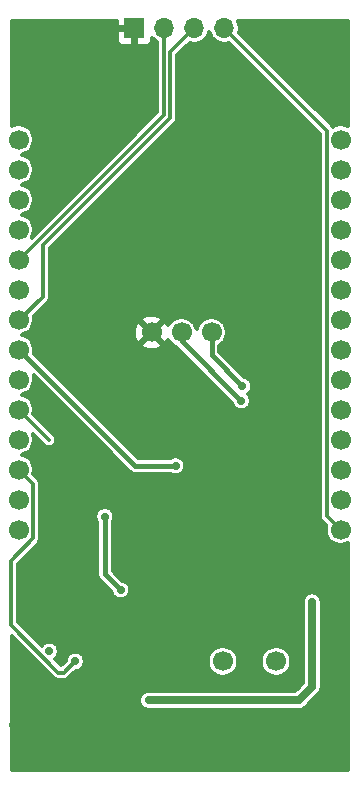
<source format=gbr>
G04 #@! TF.GenerationSoftware,KiCad,Pcbnew,(5.1.6-0-10_14)*
G04 #@! TF.CreationDate,2020-12-22T18:49:04+01:00*
G04 #@! TF.ProjectId,cdm324,63646d33-3234-42e6-9b69-6361645f7063,rev?*
G04 #@! TF.SameCoordinates,Original*
G04 #@! TF.FileFunction,Copper,L2,Bot*
G04 #@! TF.FilePolarity,Positive*
%FSLAX46Y46*%
G04 Gerber Fmt 4.6, Leading zero omitted, Abs format (unit mm)*
G04 Created by KiCad (PCBNEW (5.1.6-0-10_14)) date 2020-12-22 18:49:04*
%MOMM*%
%LPD*%
G01*
G04 APERTURE LIST*
G04 #@! TA.AperFunction,ComponentPad*
%ADD10C,1.700000*%
G04 #@! TD*
G04 #@! TA.AperFunction,ComponentPad*
%ADD11O,1.700000X1.700000*%
G04 #@! TD*
G04 #@! TA.AperFunction,ComponentPad*
%ADD12R,1.700000X1.700000*%
G04 #@! TD*
G04 #@! TA.AperFunction,ViaPad*
%ADD13C,0.700000*%
G04 #@! TD*
G04 #@! TA.AperFunction,Conductor*
%ADD14C,0.300000*%
G04 #@! TD*
G04 #@! TA.AperFunction,Conductor*
%ADD15C,0.400000*%
G04 #@! TD*
G04 #@! TA.AperFunction,Conductor*
%ADD16C,0.700000*%
G04 #@! TD*
G04 APERTURE END LIST*
D10*
X113740000Y-106620000D03*
X113740000Y-109160000D03*
X113740000Y-101540000D03*
X113740000Y-78680000D03*
X113740000Y-88840000D03*
X113740000Y-91380000D03*
X113740000Y-81220000D03*
X113740000Y-93920000D03*
X113740000Y-99000000D03*
X113740000Y-83760000D03*
X113740000Y-96460000D03*
X113740000Y-86300000D03*
X113740000Y-111700000D03*
X113740000Y-104080000D03*
X86460000Y-78680000D03*
X86460000Y-81220000D03*
X86460000Y-83760000D03*
X86460000Y-86300000D03*
X86460000Y-88840000D03*
X86460000Y-91380000D03*
X86460000Y-93920000D03*
X86460000Y-96460000D03*
X86460000Y-99000000D03*
X86460000Y-101540000D03*
X86460000Y-104080000D03*
X86460000Y-106620000D03*
X86460000Y-109160000D03*
X86460000Y-111700000D03*
X97710000Y-95000000D03*
X100250000Y-95000000D03*
X102790000Y-95000000D03*
D11*
X103870000Y-69250000D03*
X101330000Y-69250000D03*
X98790000Y-69250000D03*
D12*
X96250000Y-69250000D03*
D10*
X108250000Y-122840000D03*
X103750000Y-122840000D03*
D13*
X100550000Y-103500000D03*
X94450000Y-101800000D03*
X94950000Y-106600000D03*
X86900000Y-122100000D03*
X105200000Y-102000000D03*
X87500000Y-70000000D03*
X92500000Y-70000000D03*
X92500000Y-75000000D03*
X92500000Y-80000000D03*
X92500000Y-85000000D03*
X92500000Y-90000000D03*
X92500000Y-95000000D03*
X87500000Y-75000000D03*
X97500000Y-75000000D03*
X102500000Y-75000000D03*
X107500000Y-75000000D03*
X112500000Y-75000000D03*
X112500000Y-70000000D03*
X107500000Y-70000000D03*
X97500000Y-80000000D03*
X102500000Y-80000000D03*
X107500000Y-80000000D03*
X107500000Y-85000000D03*
X102500000Y-85000000D03*
X97500000Y-85000000D03*
X97500000Y-90000000D03*
X102500000Y-90000000D03*
X107500000Y-90000000D03*
X107500000Y-95000000D03*
X90000000Y-97500000D03*
X90000000Y-102500000D03*
X110000000Y-97500000D03*
X110000000Y-102500000D03*
X110000000Y-107500000D03*
X110000000Y-114400000D03*
X100000000Y-130000000D03*
X105000000Y-130000000D03*
X110000000Y-130000000D03*
X105000000Y-125000000D03*
X100000000Y-125000000D03*
X90000000Y-107500000D03*
X90000000Y-115000000D03*
X90000000Y-112500000D03*
X110000000Y-125000000D03*
X102500000Y-116450000D03*
X85950000Y-128250000D03*
X95550000Y-128250000D03*
X113350000Y-117600000D03*
X114000000Y-130000000D03*
X114000000Y-125000000D03*
X95100000Y-116800000D03*
X93750000Y-110600000D03*
X105400000Y-99550000D03*
X97450000Y-126150000D03*
X111300000Y-117800000D03*
X105300000Y-100800000D03*
X99750000Y-106300000D03*
X89050000Y-122000000D03*
X91250000Y-122850000D03*
D14*
X112539999Y-77919999D02*
X103870000Y-69250000D01*
X112539999Y-110499999D02*
X112539999Y-77919999D01*
X113740000Y-111700000D02*
X112539999Y-110499999D01*
D15*
X102790000Y-96940000D02*
X102790000Y-95000000D01*
X105400000Y-99550000D02*
X102790000Y-96940000D01*
X93750000Y-115450000D02*
X95100000Y-116800000D01*
X93750000Y-110600000D02*
X93750000Y-115450000D01*
D16*
X111300000Y-121862002D02*
X111300000Y-117800000D01*
X111300000Y-125032002D02*
X111300000Y-121862002D01*
X110182002Y-126150000D02*
X111300000Y-125032002D01*
X97450000Y-126150000D02*
X110182002Y-126150000D01*
D14*
X86610000Y-93870000D02*
X88500000Y-91980000D01*
X88500000Y-87607120D02*
X99290010Y-76817110D01*
X88500000Y-91980000D02*
X88500000Y-87607120D01*
X99290010Y-71289990D02*
X101330000Y-69250000D01*
X99290010Y-76817110D02*
X99290010Y-71289990D01*
X98790000Y-76610000D02*
X98790000Y-69250000D01*
X86610000Y-88790000D02*
X98790000Y-76610000D01*
D15*
X100250000Y-95750000D02*
X100250000Y-95000000D01*
X105300000Y-100800000D02*
X100250000Y-95750000D01*
X86460000Y-96460000D02*
X95800000Y-105800000D01*
X96300000Y-106300000D02*
X95800000Y-105800000D01*
X99750000Y-106300000D02*
X96300000Y-106300000D01*
D14*
X86460000Y-101540000D02*
X89050000Y-104130000D01*
X87660001Y-107820001D02*
X86460000Y-106620000D01*
X87660001Y-112439999D02*
X87660001Y-107820001D01*
X85775010Y-114324990D02*
X87660001Y-112439999D01*
X85775010Y-119761012D02*
X85775010Y-114324990D01*
X89813999Y-123800001D02*
X85775010Y-119761012D01*
X90299999Y-123800001D02*
X89813999Y-123800001D01*
X91250000Y-122850000D02*
X90299999Y-123800001D01*
G36*
X102619958Y-69629196D02*
G01*
X102717955Y-69865781D01*
X102860224Y-70078702D01*
X103041298Y-70259776D01*
X103254219Y-70402045D01*
X103490804Y-70500042D01*
X103741961Y-70550000D01*
X103998039Y-70550000D01*
X104249196Y-70500042D01*
X104264978Y-70493505D01*
X111940000Y-78168528D01*
X111939999Y-110470525D01*
X111937096Y-110499999D01*
X111939999Y-110529472D01*
X111948681Y-110617619D01*
X111982989Y-110730719D01*
X112038703Y-110834953D01*
X112113682Y-110926316D01*
X112136585Y-110945112D01*
X112496495Y-111305022D01*
X112489958Y-111320804D01*
X112440000Y-111571961D01*
X112440000Y-111828039D01*
X112489958Y-112079196D01*
X112587955Y-112315781D01*
X112730224Y-112528702D01*
X112911298Y-112709776D01*
X113124219Y-112852045D01*
X113360804Y-112950042D01*
X113611961Y-113000000D01*
X113868039Y-113000000D01*
X114119196Y-112950042D01*
X114325001Y-112864795D01*
X114325001Y-132075000D01*
X85875000Y-132075000D01*
X85875000Y-126150000D01*
X96646130Y-126150000D01*
X96650000Y-126189293D01*
X96650000Y-126228793D01*
X96657706Y-126267535D01*
X96661576Y-126306827D01*
X96673037Y-126344607D01*
X96680743Y-126383351D01*
X96695860Y-126419848D01*
X96707321Y-126457628D01*
X96725932Y-126492446D01*
X96741049Y-126528942D01*
X96762997Y-126561790D01*
X96781607Y-126596606D01*
X96806651Y-126627122D01*
X96828599Y-126659970D01*
X96856531Y-126687902D01*
X96881578Y-126718422D01*
X96912098Y-126743469D01*
X96940030Y-126771401D01*
X96972878Y-126793349D01*
X97003394Y-126818393D01*
X97038210Y-126837003D01*
X97071058Y-126858951D01*
X97107554Y-126874068D01*
X97142372Y-126892679D01*
X97180152Y-126904140D01*
X97216649Y-126919257D01*
X97255393Y-126926963D01*
X97293173Y-126938424D01*
X97332465Y-126942294D01*
X97371207Y-126950000D01*
X110142711Y-126950000D01*
X110182002Y-126953870D01*
X110221293Y-126950000D01*
X110221295Y-126950000D01*
X110338829Y-126938424D01*
X110489630Y-126892679D01*
X110628608Y-126818393D01*
X110750424Y-126718422D01*
X110775475Y-126687897D01*
X111837903Y-125625470D01*
X111868422Y-125600424D01*
X111927367Y-125528599D01*
X111968393Y-125478609D01*
X112042679Y-125339630D01*
X112042679Y-125339629D01*
X112088424Y-125188829D01*
X112100000Y-125071295D01*
X112100000Y-125071293D01*
X112103870Y-125032002D01*
X112100000Y-124992711D01*
X112100000Y-117721207D01*
X112092294Y-117682465D01*
X112088424Y-117643173D01*
X112076963Y-117605393D01*
X112069257Y-117566649D01*
X112054140Y-117530152D01*
X112042679Y-117492372D01*
X112024068Y-117457554D01*
X112008951Y-117421058D01*
X111987003Y-117388210D01*
X111968393Y-117353394D01*
X111943349Y-117322878D01*
X111921401Y-117290030D01*
X111893469Y-117262098D01*
X111868422Y-117231578D01*
X111837902Y-117206531D01*
X111809970Y-117178599D01*
X111777122Y-117156651D01*
X111746606Y-117131607D01*
X111711790Y-117112997D01*
X111678942Y-117091049D01*
X111642446Y-117075932D01*
X111607628Y-117057321D01*
X111569848Y-117045860D01*
X111533351Y-117030743D01*
X111494607Y-117023037D01*
X111456827Y-117011576D01*
X111417535Y-117007706D01*
X111378793Y-117000000D01*
X111339293Y-117000000D01*
X111300000Y-116996130D01*
X111260707Y-117000000D01*
X111221207Y-117000000D01*
X111182465Y-117007706D01*
X111143174Y-117011576D01*
X111105396Y-117023036D01*
X111066649Y-117030743D01*
X111030150Y-117045862D01*
X110992373Y-117057321D01*
X110957558Y-117075930D01*
X110921058Y-117091049D01*
X110888206Y-117113000D01*
X110853395Y-117131607D01*
X110822883Y-117156647D01*
X110790030Y-117178599D01*
X110762093Y-117206536D01*
X110731579Y-117231578D01*
X110706537Y-117262092D01*
X110678599Y-117290030D01*
X110656647Y-117322884D01*
X110631608Y-117353394D01*
X110613002Y-117388203D01*
X110591049Y-117421058D01*
X110575928Y-117457562D01*
X110557322Y-117492372D01*
X110545864Y-117530143D01*
X110530743Y-117566649D01*
X110523035Y-117605402D01*
X110511577Y-117643173D01*
X110507708Y-117682455D01*
X110500000Y-117721207D01*
X110500000Y-117878793D01*
X110500001Y-117878798D01*
X110500000Y-121901294D01*
X110500001Y-121901304D01*
X110500000Y-124700631D01*
X109850632Y-125350000D01*
X97371207Y-125350000D01*
X97332465Y-125357706D01*
X97293173Y-125361576D01*
X97255393Y-125373037D01*
X97216649Y-125380743D01*
X97180152Y-125395860D01*
X97142372Y-125407321D01*
X97107554Y-125425932D01*
X97071058Y-125441049D01*
X97038210Y-125462997D01*
X97003394Y-125481607D01*
X96972878Y-125506651D01*
X96940030Y-125528599D01*
X96912098Y-125556531D01*
X96881578Y-125581578D01*
X96856531Y-125612098D01*
X96828599Y-125640030D01*
X96806651Y-125672878D01*
X96781607Y-125703394D01*
X96762997Y-125738210D01*
X96741049Y-125771058D01*
X96725932Y-125807554D01*
X96707321Y-125842372D01*
X96695860Y-125880152D01*
X96680743Y-125916649D01*
X96673037Y-125955393D01*
X96661576Y-125993173D01*
X96657706Y-126032465D01*
X96650000Y-126071207D01*
X96650000Y-126110707D01*
X96646130Y-126150000D01*
X85875000Y-126150000D01*
X85875000Y-120709529D01*
X89368890Y-124203420D01*
X89387682Y-124226318D01*
X89479044Y-124301297D01*
X89583278Y-124357011D01*
X89696378Y-124391319D01*
X89813998Y-124402904D01*
X89843472Y-124400001D01*
X90270525Y-124400001D01*
X90299999Y-124402904D01*
X90329473Y-124400001D01*
X90417620Y-124391319D01*
X90530720Y-124357011D01*
X90634954Y-124301297D01*
X90726316Y-124226318D01*
X90745112Y-124203415D01*
X91298528Y-123650000D01*
X91328793Y-123650000D01*
X91483351Y-123619257D01*
X91628942Y-123558951D01*
X91759970Y-123471401D01*
X91871401Y-123359970D01*
X91958951Y-123228942D01*
X92019257Y-123083351D01*
X92050000Y-122928793D01*
X92050000Y-122771207D01*
X92038216Y-122711961D01*
X102450000Y-122711961D01*
X102450000Y-122968039D01*
X102499958Y-123219196D01*
X102597955Y-123455781D01*
X102740224Y-123668702D01*
X102921298Y-123849776D01*
X103134219Y-123992045D01*
X103370804Y-124090042D01*
X103621961Y-124140000D01*
X103878039Y-124140000D01*
X104129196Y-124090042D01*
X104365781Y-123992045D01*
X104578702Y-123849776D01*
X104759776Y-123668702D01*
X104902045Y-123455781D01*
X105000042Y-123219196D01*
X105050000Y-122968039D01*
X105050000Y-122711961D01*
X106950000Y-122711961D01*
X106950000Y-122968039D01*
X106999958Y-123219196D01*
X107097955Y-123455781D01*
X107240224Y-123668702D01*
X107421298Y-123849776D01*
X107634219Y-123992045D01*
X107870804Y-124090042D01*
X108121961Y-124140000D01*
X108378039Y-124140000D01*
X108629196Y-124090042D01*
X108865781Y-123992045D01*
X109078702Y-123849776D01*
X109259776Y-123668702D01*
X109402045Y-123455781D01*
X109500042Y-123219196D01*
X109550000Y-122968039D01*
X109550000Y-122711961D01*
X109500042Y-122460804D01*
X109402045Y-122224219D01*
X109259776Y-122011298D01*
X109078702Y-121830224D01*
X108865781Y-121687955D01*
X108629196Y-121589958D01*
X108378039Y-121540000D01*
X108121961Y-121540000D01*
X107870804Y-121589958D01*
X107634219Y-121687955D01*
X107421298Y-121830224D01*
X107240224Y-122011298D01*
X107097955Y-122224219D01*
X106999958Y-122460804D01*
X106950000Y-122711961D01*
X105050000Y-122711961D01*
X105000042Y-122460804D01*
X104902045Y-122224219D01*
X104759776Y-122011298D01*
X104578702Y-121830224D01*
X104365781Y-121687955D01*
X104129196Y-121589958D01*
X103878039Y-121540000D01*
X103621961Y-121540000D01*
X103370804Y-121589958D01*
X103134219Y-121687955D01*
X102921298Y-121830224D01*
X102740224Y-122011298D01*
X102597955Y-122224219D01*
X102499958Y-122460804D01*
X102450000Y-122711961D01*
X92038216Y-122711961D01*
X92019257Y-122616649D01*
X91958951Y-122471058D01*
X91871401Y-122340030D01*
X91759970Y-122228599D01*
X91628942Y-122141049D01*
X91483351Y-122080743D01*
X91328793Y-122050000D01*
X91171207Y-122050000D01*
X91016649Y-122080743D01*
X90871058Y-122141049D01*
X90740030Y-122228599D01*
X90628599Y-122340030D01*
X90541049Y-122471058D01*
X90480743Y-122616649D01*
X90450000Y-122771207D01*
X90450000Y-122801472D01*
X90056999Y-123194473D01*
X89514385Y-122651860D01*
X89559970Y-122621401D01*
X89671401Y-122509970D01*
X89758951Y-122378942D01*
X89819257Y-122233351D01*
X89850000Y-122078793D01*
X89850000Y-121921207D01*
X89819257Y-121766649D01*
X89758951Y-121621058D01*
X89671401Y-121490030D01*
X89559970Y-121378599D01*
X89428942Y-121291049D01*
X89283351Y-121230743D01*
X89128793Y-121200000D01*
X88971207Y-121200000D01*
X88816649Y-121230743D01*
X88671058Y-121291049D01*
X88540030Y-121378599D01*
X88428599Y-121490030D01*
X88398140Y-121535615D01*
X86375010Y-119512485D01*
X86375010Y-114573517D01*
X88063421Y-112885107D01*
X88086318Y-112866316D01*
X88161297Y-112774954D01*
X88197604Y-112707028D01*
X88217011Y-112670721D01*
X88251319Y-112557620D01*
X88262904Y-112439999D01*
X88260001Y-112410525D01*
X88260001Y-110521207D01*
X92950000Y-110521207D01*
X92950000Y-110678793D01*
X92980743Y-110833351D01*
X93041049Y-110978942D01*
X93100000Y-111067169D01*
X93100001Y-115418068D01*
X93096856Y-115450000D01*
X93109406Y-115577422D01*
X93146573Y-115699947D01*
X93206930Y-115812868D01*
X93267802Y-115887040D01*
X93267805Y-115887043D01*
X93288158Y-115911843D01*
X93312957Y-115932195D01*
X94310043Y-116929281D01*
X94330743Y-117033351D01*
X94391049Y-117178942D01*
X94478599Y-117309970D01*
X94590030Y-117421401D01*
X94721058Y-117508951D01*
X94866649Y-117569257D01*
X95021207Y-117600000D01*
X95178793Y-117600000D01*
X95333351Y-117569257D01*
X95478942Y-117508951D01*
X95609970Y-117421401D01*
X95721401Y-117309970D01*
X95808951Y-117178942D01*
X95869257Y-117033351D01*
X95900000Y-116878793D01*
X95900000Y-116721207D01*
X95869257Y-116566649D01*
X95808951Y-116421058D01*
X95721401Y-116290030D01*
X95609970Y-116178599D01*
X95478942Y-116091049D01*
X95333351Y-116030743D01*
X95229281Y-116010043D01*
X94400000Y-115180762D01*
X94400000Y-111067169D01*
X94458951Y-110978942D01*
X94519257Y-110833351D01*
X94550000Y-110678793D01*
X94550000Y-110521207D01*
X94519257Y-110366649D01*
X94458951Y-110221058D01*
X94371401Y-110090030D01*
X94259970Y-109978599D01*
X94128942Y-109891049D01*
X93983351Y-109830743D01*
X93828793Y-109800000D01*
X93671207Y-109800000D01*
X93516649Y-109830743D01*
X93371058Y-109891049D01*
X93240030Y-109978599D01*
X93128599Y-110090030D01*
X93041049Y-110221058D01*
X92980743Y-110366649D01*
X92950000Y-110521207D01*
X88260001Y-110521207D01*
X88260001Y-107849475D01*
X88262904Y-107820001D01*
X88251319Y-107702380D01*
X88217011Y-107589280D01*
X88161297Y-107485046D01*
X88086318Y-107393684D01*
X88063420Y-107374892D01*
X87703505Y-107014977D01*
X87710042Y-106999196D01*
X87760000Y-106748039D01*
X87760000Y-106491961D01*
X87710042Y-106240804D01*
X87612045Y-106004219D01*
X87469776Y-105791298D01*
X87288702Y-105610224D01*
X87075781Y-105467955D01*
X86839196Y-105369958D01*
X86738860Y-105350000D01*
X86839196Y-105330042D01*
X87075781Y-105232045D01*
X87288702Y-105089776D01*
X87469776Y-104908702D01*
X87612045Y-104695781D01*
X87710042Y-104459196D01*
X87760000Y-104208039D01*
X87760000Y-103951961D01*
X87710042Y-103700804D01*
X87666035Y-103594563D01*
X88646577Y-104575105D01*
X88715045Y-104631295D01*
X88819278Y-104687009D01*
X88932379Y-104721318D01*
X89049999Y-104732903D01*
X89167620Y-104721318D01*
X89280721Y-104687009D01*
X89384954Y-104631295D01*
X89476316Y-104556316D01*
X89551295Y-104464954D01*
X89607009Y-104360721D01*
X89641318Y-104247620D01*
X89652903Y-104129999D01*
X89641318Y-104012379D01*
X89607009Y-103899278D01*
X89551295Y-103795045D01*
X89495105Y-103726577D01*
X87703505Y-101934978D01*
X87710042Y-101919196D01*
X87760000Y-101668039D01*
X87760000Y-101411961D01*
X87710042Y-101160804D01*
X87612045Y-100924219D01*
X87469776Y-100711298D01*
X87288702Y-100530224D01*
X87075781Y-100387955D01*
X86839196Y-100289958D01*
X86738860Y-100270000D01*
X86839196Y-100250042D01*
X87075781Y-100152045D01*
X87288702Y-100009776D01*
X87469776Y-99828702D01*
X87612045Y-99615781D01*
X87710042Y-99379196D01*
X87760000Y-99128039D01*
X87760000Y-98871961D01*
X87712147Y-98631385D01*
X95817800Y-106737038D01*
X95838157Y-106761843D01*
X95937132Y-106843070D01*
X96050052Y-106903427D01*
X96172578Y-106940595D01*
X96268068Y-106950000D01*
X96268076Y-106950000D01*
X96300000Y-106953144D01*
X96331924Y-106950000D01*
X99282831Y-106950000D01*
X99371058Y-107008951D01*
X99516649Y-107069257D01*
X99671207Y-107100000D01*
X99828793Y-107100000D01*
X99983351Y-107069257D01*
X100128942Y-107008951D01*
X100259970Y-106921401D01*
X100371401Y-106809970D01*
X100458951Y-106678942D01*
X100519257Y-106533351D01*
X100550000Y-106378793D01*
X100550000Y-106221207D01*
X100519257Y-106066649D01*
X100458951Y-105921058D01*
X100371401Y-105790030D01*
X100259970Y-105678599D01*
X100128942Y-105591049D01*
X99983351Y-105530743D01*
X99828793Y-105500000D01*
X99671207Y-105500000D01*
X99516649Y-105530743D01*
X99371058Y-105591049D01*
X99282831Y-105650000D01*
X96569238Y-105650000D01*
X87718071Y-96798833D01*
X87760000Y-96588039D01*
X87760000Y-96331961D01*
X87710042Y-96080804D01*
X87687284Y-96025861D01*
X96831217Y-96025861D01*
X96905568Y-96284140D01*
X97171549Y-96416402D01*
X97458221Y-96494233D01*
X97754570Y-96514642D01*
X98049205Y-96476843D01*
X98330805Y-96382291D01*
X98514432Y-96284140D01*
X98588783Y-96025861D01*
X97710000Y-95147078D01*
X96831217Y-96025861D01*
X87687284Y-96025861D01*
X87612045Y-95844219D01*
X87469776Y-95631298D01*
X87288702Y-95450224D01*
X87075781Y-95307955D01*
X86839196Y-95209958D01*
X86738860Y-95190000D01*
X86839196Y-95170042D01*
X87075781Y-95072045D01*
X87116900Y-95044570D01*
X96195358Y-95044570D01*
X96233157Y-95339205D01*
X96327709Y-95620805D01*
X96425860Y-95804432D01*
X96684139Y-95878783D01*
X97562922Y-95000000D01*
X97857078Y-95000000D01*
X98735861Y-95878783D01*
X98994140Y-95804432D01*
X99093408Y-95604803D01*
X99097955Y-95615781D01*
X99240224Y-95828702D01*
X99421298Y-96009776D01*
X99634219Y-96152045D01*
X99797913Y-96219849D01*
X99812962Y-96232200D01*
X104510043Y-100929282D01*
X104530743Y-101033351D01*
X104591049Y-101178942D01*
X104678599Y-101309970D01*
X104790030Y-101421401D01*
X104921058Y-101508951D01*
X105066649Y-101569257D01*
X105221207Y-101600000D01*
X105378793Y-101600000D01*
X105533351Y-101569257D01*
X105678942Y-101508951D01*
X105809970Y-101421401D01*
X105921401Y-101309970D01*
X106008951Y-101178942D01*
X106069257Y-101033351D01*
X106100000Y-100878793D01*
X106100000Y-100721207D01*
X106069257Y-100566649D01*
X106008951Y-100421058D01*
X105921401Y-100290030D01*
X105845709Y-100214338D01*
X105909970Y-100171401D01*
X106021401Y-100059970D01*
X106108951Y-99928942D01*
X106169257Y-99783351D01*
X106200000Y-99628793D01*
X106200000Y-99471207D01*
X106169257Y-99316649D01*
X106108951Y-99171058D01*
X106021401Y-99040030D01*
X105909970Y-98928599D01*
X105778942Y-98841049D01*
X105633351Y-98780743D01*
X105529281Y-98760043D01*
X103440000Y-96670762D01*
X103440000Y-96129181D01*
X103618702Y-96009776D01*
X103799776Y-95828702D01*
X103942045Y-95615781D01*
X104040042Y-95379196D01*
X104090000Y-95128039D01*
X104090000Y-94871961D01*
X104040042Y-94620804D01*
X103942045Y-94384219D01*
X103799776Y-94171298D01*
X103618702Y-93990224D01*
X103405781Y-93847955D01*
X103169196Y-93749958D01*
X102918039Y-93700000D01*
X102661961Y-93700000D01*
X102410804Y-93749958D01*
X102174219Y-93847955D01*
X101961298Y-93990224D01*
X101780224Y-94171298D01*
X101637955Y-94384219D01*
X101539958Y-94620804D01*
X101520000Y-94721140D01*
X101500042Y-94620804D01*
X101402045Y-94384219D01*
X101259776Y-94171298D01*
X101078702Y-93990224D01*
X100865781Y-93847955D01*
X100629196Y-93749958D01*
X100378039Y-93700000D01*
X100121961Y-93700000D01*
X99870804Y-93749958D01*
X99634219Y-93847955D01*
X99421298Y-93990224D01*
X99240224Y-94171298D01*
X99097955Y-94384219D01*
X99095758Y-94389522D01*
X99092291Y-94379195D01*
X98994140Y-94195568D01*
X98735861Y-94121217D01*
X97857078Y-95000000D01*
X97562922Y-95000000D01*
X96684139Y-94121217D01*
X96425860Y-94195568D01*
X96293598Y-94461549D01*
X96215767Y-94748221D01*
X96195358Y-95044570D01*
X87116900Y-95044570D01*
X87288702Y-94929776D01*
X87469776Y-94748702D01*
X87612045Y-94535781D01*
X87710042Y-94299196D01*
X87760000Y-94048039D01*
X87760000Y-93974139D01*
X96831217Y-93974139D01*
X97710000Y-94852922D01*
X98588783Y-93974139D01*
X98514432Y-93715860D01*
X98248451Y-93583598D01*
X97961779Y-93505767D01*
X97665430Y-93485358D01*
X97370795Y-93523157D01*
X97089195Y-93617709D01*
X96905568Y-93715860D01*
X96831217Y-93974139D01*
X87760000Y-93974139D01*
X87760000Y-93791961D01*
X87722930Y-93605597D01*
X88903420Y-92425108D01*
X88926317Y-92406317D01*
X89001296Y-92314955D01*
X89057010Y-92210721D01*
X89057622Y-92208702D01*
X89091319Y-92097621D01*
X89102903Y-91980000D01*
X89100000Y-91950524D01*
X89100000Y-87855647D01*
X99693430Y-77262218D01*
X99716327Y-77243427D01*
X99791306Y-77152065D01*
X99847020Y-77047831D01*
X99881328Y-76934731D01*
X99890010Y-76846584D01*
X99890010Y-76846577D01*
X99892912Y-76817111D01*
X99890010Y-76787645D01*
X99890010Y-71538517D01*
X100935023Y-70493505D01*
X100950804Y-70500042D01*
X101201961Y-70550000D01*
X101458039Y-70550000D01*
X101709196Y-70500042D01*
X101945781Y-70402045D01*
X102158702Y-70259776D01*
X102339776Y-70078702D01*
X102482045Y-69865781D01*
X102580042Y-69629196D01*
X102600000Y-69528860D01*
X102619958Y-69629196D01*
G37*
X102619958Y-69629196D02*
X102717955Y-69865781D01*
X102860224Y-70078702D01*
X103041298Y-70259776D01*
X103254219Y-70402045D01*
X103490804Y-70500042D01*
X103741961Y-70550000D01*
X103998039Y-70550000D01*
X104249196Y-70500042D01*
X104264978Y-70493505D01*
X111940000Y-78168528D01*
X111939999Y-110470525D01*
X111937096Y-110499999D01*
X111939999Y-110529472D01*
X111948681Y-110617619D01*
X111982989Y-110730719D01*
X112038703Y-110834953D01*
X112113682Y-110926316D01*
X112136585Y-110945112D01*
X112496495Y-111305022D01*
X112489958Y-111320804D01*
X112440000Y-111571961D01*
X112440000Y-111828039D01*
X112489958Y-112079196D01*
X112587955Y-112315781D01*
X112730224Y-112528702D01*
X112911298Y-112709776D01*
X113124219Y-112852045D01*
X113360804Y-112950042D01*
X113611961Y-113000000D01*
X113868039Y-113000000D01*
X114119196Y-112950042D01*
X114325001Y-112864795D01*
X114325001Y-132075000D01*
X85875000Y-132075000D01*
X85875000Y-126150000D01*
X96646130Y-126150000D01*
X96650000Y-126189293D01*
X96650000Y-126228793D01*
X96657706Y-126267535D01*
X96661576Y-126306827D01*
X96673037Y-126344607D01*
X96680743Y-126383351D01*
X96695860Y-126419848D01*
X96707321Y-126457628D01*
X96725932Y-126492446D01*
X96741049Y-126528942D01*
X96762997Y-126561790D01*
X96781607Y-126596606D01*
X96806651Y-126627122D01*
X96828599Y-126659970D01*
X96856531Y-126687902D01*
X96881578Y-126718422D01*
X96912098Y-126743469D01*
X96940030Y-126771401D01*
X96972878Y-126793349D01*
X97003394Y-126818393D01*
X97038210Y-126837003D01*
X97071058Y-126858951D01*
X97107554Y-126874068D01*
X97142372Y-126892679D01*
X97180152Y-126904140D01*
X97216649Y-126919257D01*
X97255393Y-126926963D01*
X97293173Y-126938424D01*
X97332465Y-126942294D01*
X97371207Y-126950000D01*
X110142711Y-126950000D01*
X110182002Y-126953870D01*
X110221293Y-126950000D01*
X110221295Y-126950000D01*
X110338829Y-126938424D01*
X110489630Y-126892679D01*
X110628608Y-126818393D01*
X110750424Y-126718422D01*
X110775475Y-126687897D01*
X111837903Y-125625470D01*
X111868422Y-125600424D01*
X111927367Y-125528599D01*
X111968393Y-125478609D01*
X112042679Y-125339630D01*
X112042679Y-125339629D01*
X112088424Y-125188829D01*
X112100000Y-125071295D01*
X112100000Y-125071293D01*
X112103870Y-125032002D01*
X112100000Y-124992711D01*
X112100000Y-117721207D01*
X112092294Y-117682465D01*
X112088424Y-117643173D01*
X112076963Y-117605393D01*
X112069257Y-117566649D01*
X112054140Y-117530152D01*
X112042679Y-117492372D01*
X112024068Y-117457554D01*
X112008951Y-117421058D01*
X111987003Y-117388210D01*
X111968393Y-117353394D01*
X111943349Y-117322878D01*
X111921401Y-117290030D01*
X111893469Y-117262098D01*
X111868422Y-117231578D01*
X111837902Y-117206531D01*
X111809970Y-117178599D01*
X111777122Y-117156651D01*
X111746606Y-117131607D01*
X111711790Y-117112997D01*
X111678942Y-117091049D01*
X111642446Y-117075932D01*
X111607628Y-117057321D01*
X111569848Y-117045860D01*
X111533351Y-117030743D01*
X111494607Y-117023037D01*
X111456827Y-117011576D01*
X111417535Y-117007706D01*
X111378793Y-117000000D01*
X111339293Y-117000000D01*
X111300000Y-116996130D01*
X111260707Y-117000000D01*
X111221207Y-117000000D01*
X111182465Y-117007706D01*
X111143174Y-117011576D01*
X111105396Y-117023036D01*
X111066649Y-117030743D01*
X111030150Y-117045862D01*
X110992373Y-117057321D01*
X110957558Y-117075930D01*
X110921058Y-117091049D01*
X110888206Y-117113000D01*
X110853395Y-117131607D01*
X110822883Y-117156647D01*
X110790030Y-117178599D01*
X110762093Y-117206536D01*
X110731579Y-117231578D01*
X110706537Y-117262092D01*
X110678599Y-117290030D01*
X110656647Y-117322884D01*
X110631608Y-117353394D01*
X110613002Y-117388203D01*
X110591049Y-117421058D01*
X110575928Y-117457562D01*
X110557322Y-117492372D01*
X110545864Y-117530143D01*
X110530743Y-117566649D01*
X110523035Y-117605402D01*
X110511577Y-117643173D01*
X110507708Y-117682455D01*
X110500000Y-117721207D01*
X110500000Y-117878793D01*
X110500001Y-117878798D01*
X110500000Y-121901294D01*
X110500001Y-121901304D01*
X110500000Y-124700631D01*
X109850632Y-125350000D01*
X97371207Y-125350000D01*
X97332465Y-125357706D01*
X97293173Y-125361576D01*
X97255393Y-125373037D01*
X97216649Y-125380743D01*
X97180152Y-125395860D01*
X97142372Y-125407321D01*
X97107554Y-125425932D01*
X97071058Y-125441049D01*
X97038210Y-125462997D01*
X97003394Y-125481607D01*
X96972878Y-125506651D01*
X96940030Y-125528599D01*
X96912098Y-125556531D01*
X96881578Y-125581578D01*
X96856531Y-125612098D01*
X96828599Y-125640030D01*
X96806651Y-125672878D01*
X96781607Y-125703394D01*
X96762997Y-125738210D01*
X96741049Y-125771058D01*
X96725932Y-125807554D01*
X96707321Y-125842372D01*
X96695860Y-125880152D01*
X96680743Y-125916649D01*
X96673037Y-125955393D01*
X96661576Y-125993173D01*
X96657706Y-126032465D01*
X96650000Y-126071207D01*
X96650000Y-126110707D01*
X96646130Y-126150000D01*
X85875000Y-126150000D01*
X85875000Y-120709529D01*
X89368890Y-124203420D01*
X89387682Y-124226318D01*
X89479044Y-124301297D01*
X89583278Y-124357011D01*
X89696378Y-124391319D01*
X89813998Y-124402904D01*
X89843472Y-124400001D01*
X90270525Y-124400001D01*
X90299999Y-124402904D01*
X90329473Y-124400001D01*
X90417620Y-124391319D01*
X90530720Y-124357011D01*
X90634954Y-124301297D01*
X90726316Y-124226318D01*
X90745112Y-124203415D01*
X91298528Y-123650000D01*
X91328793Y-123650000D01*
X91483351Y-123619257D01*
X91628942Y-123558951D01*
X91759970Y-123471401D01*
X91871401Y-123359970D01*
X91958951Y-123228942D01*
X92019257Y-123083351D01*
X92050000Y-122928793D01*
X92050000Y-122771207D01*
X92038216Y-122711961D01*
X102450000Y-122711961D01*
X102450000Y-122968039D01*
X102499958Y-123219196D01*
X102597955Y-123455781D01*
X102740224Y-123668702D01*
X102921298Y-123849776D01*
X103134219Y-123992045D01*
X103370804Y-124090042D01*
X103621961Y-124140000D01*
X103878039Y-124140000D01*
X104129196Y-124090042D01*
X104365781Y-123992045D01*
X104578702Y-123849776D01*
X104759776Y-123668702D01*
X104902045Y-123455781D01*
X105000042Y-123219196D01*
X105050000Y-122968039D01*
X105050000Y-122711961D01*
X106950000Y-122711961D01*
X106950000Y-122968039D01*
X106999958Y-123219196D01*
X107097955Y-123455781D01*
X107240224Y-123668702D01*
X107421298Y-123849776D01*
X107634219Y-123992045D01*
X107870804Y-124090042D01*
X108121961Y-124140000D01*
X108378039Y-124140000D01*
X108629196Y-124090042D01*
X108865781Y-123992045D01*
X109078702Y-123849776D01*
X109259776Y-123668702D01*
X109402045Y-123455781D01*
X109500042Y-123219196D01*
X109550000Y-122968039D01*
X109550000Y-122711961D01*
X109500042Y-122460804D01*
X109402045Y-122224219D01*
X109259776Y-122011298D01*
X109078702Y-121830224D01*
X108865781Y-121687955D01*
X108629196Y-121589958D01*
X108378039Y-121540000D01*
X108121961Y-121540000D01*
X107870804Y-121589958D01*
X107634219Y-121687955D01*
X107421298Y-121830224D01*
X107240224Y-122011298D01*
X107097955Y-122224219D01*
X106999958Y-122460804D01*
X106950000Y-122711961D01*
X105050000Y-122711961D01*
X105000042Y-122460804D01*
X104902045Y-122224219D01*
X104759776Y-122011298D01*
X104578702Y-121830224D01*
X104365781Y-121687955D01*
X104129196Y-121589958D01*
X103878039Y-121540000D01*
X103621961Y-121540000D01*
X103370804Y-121589958D01*
X103134219Y-121687955D01*
X102921298Y-121830224D01*
X102740224Y-122011298D01*
X102597955Y-122224219D01*
X102499958Y-122460804D01*
X102450000Y-122711961D01*
X92038216Y-122711961D01*
X92019257Y-122616649D01*
X91958951Y-122471058D01*
X91871401Y-122340030D01*
X91759970Y-122228599D01*
X91628942Y-122141049D01*
X91483351Y-122080743D01*
X91328793Y-122050000D01*
X91171207Y-122050000D01*
X91016649Y-122080743D01*
X90871058Y-122141049D01*
X90740030Y-122228599D01*
X90628599Y-122340030D01*
X90541049Y-122471058D01*
X90480743Y-122616649D01*
X90450000Y-122771207D01*
X90450000Y-122801472D01*
X90056999Y-123194473D01*
X89514385Y-122651860D01*
X89559970Y-122621401D01*
X89671401Y-122509970D01*
X89758951Y-122378942D01*
X89819257Y-122233351D01*
X89850000Y-122078793D01*
X89850000Y-121921207D01*
X89819257Y-121766649D01*
X89758951Y-121621058D01*
X89671401Y-121490030D01*
X89559970Y-121378599D01*
X89428942Y-121291049D01*
X89283351Y-121230743D01*
X89128793Y-121200000D01*
X88971207Y-121200000D01*
X88816649Y-121230743D01*
X88671058Y-121291049D01*
X88540030Y-121378599D01*
X88428599Y-121490030D01*
X88398140Y-121535615D01*
X86375010Y-119512485D01*
X86375010Y-114573517D01*
X88063421Y-112885107D01*
X88086318Y-112866316D01*
X88161297Y-112774954D01*
X88197604Y-112707028D01*
X88217011Y-112670721D01*
X88251319Y-112557620D01*
X88262904Y-112439999D01*
X88260001Y-112410525D01*
X88260001Y-110521207D01*
X92950000Y-110521207D01*
X92950000Y-110678793D01*
X92980743Y-110833351D01*
X93041049Y-110978942D01*
X93100000Y-111067169D01*
X93100001Y-115418068D01*
X93096856Y-115450000D01*
X93109406Y-115577422D01*
X93146573Y-115699947D01*
X93206930Y-115812868D01*
X93267802Y-115887040D01*
X93267805Y-115887043D01*
X93288158Y-115911843D01*
X93312957Y-115932195D01*
X94310043Y-116929281D01*
X94330743Y-117033351D01*
X94391049Y-117178942D01*
X94478599Y-117309970D01*
X94590030Y-117421401D01*
X94721058Y-117508951D01*
X94866649Y-117569257D01*
X95021207Y-117600000D01*
X95178793Y-117600000D01*
X95333351Y-117569257D01*
X95478942Y-117508951D01*
X95609970Y-117421401D01*
X95721401Y-117309970D01*
X95808951Y-117178942D01*
X95869257Y-117033351D01*
X95900000Y-116878793D01*
X95900000Y-116721207D01*
X95869257Y-116566649D01*
X95808951Y-116421058D01*
X95721401Y-116290030D01*
X95609970Y-116178599D01*
X95478942Y-116091049D01*
X95333351Y-116030743D01*
X95229281Y-116010043D01*
X94400000Y-115180762D01*
X94400000Y-111067169D01*
X94458951Y-110978942D01*
X94519257Y-110833351D01*
X94550000Y-110678793D01*
X94550000Y-110521207D01*
X94519257Y-110366649D01*
X94458951Y-110221058D01*
X94371401Y-110090030D01*
X94259970Y-109978599D01*
X94128942Y-109891049D01*
X93983351Y-109830743D01*
X93828793Y-109800000D01*
X93671207Y-109800000D01*
X93516649Y-109830743D01*
X93371058Y-109891049D01*
X93240030Y-109978599D01*
X93128599Y-110090030D01*
X93041049Y-110221058D01*
X92980743Y-110366649D01*
X92950000Y-110521207D01*
X88260001Y-110521207D01*
X88260001Y-107849475D01*
X88262904Y-107820001D01*
X88251319Y-107702380D01*
X88217011Y-107589280D01*
X88161297Y-107485046D01*
X88086318Y-107393684D01*
X88063420Y-107374892D01*
X87703505Y-107014977D01*
X87710042Y-106999196D01*
X87760000Y-106748039D01*
X87760000Y-106491961D01*
X87710042Y-106240804D01*
X87612045Y-106004219D01*
X87469776Y-105791298D01*
X87288702Y-105610224D01*
X87075781Y-105467955D01*
X86839196Y-105369958D01*
X86738860Y-105350000D01*
X86839196Y-105330042D01*
X87075781Y-105232045D01*
X87288702Y-105089776D01*
X87469776Y-104908702D01*
X87612045Y-104695781D01*
X87710042Y-104459196D01*
X87760000Y-104208039D01*
X87760000Y-103951961D01*
X87710042Y-103700804D01*
X87666035Y-103594563D01*
X88646577Y-104575105D01*
X88715045Y-104631295D01*
X88819278Y-104687009D01*
X88932379Y-104721318D01*
X89049999Y-104732903D01*
X89167620Y-104721318D01*
X89280721Y-104687009D01*
X89384954Y-104631295D01*
X89476316Y-104556316D01*
X89551295Y-104464954D01*
X89607009Y-104360721D01*
X89641318Y-104247620D01*
X89652903Y-104129999D01*
X89641318Y-104012379D01*
X89607009Y-103899278D01*
X89551295Y-103795045D01*
X89495105Y-103726577D01*
X87703505Y-101934978D01*
X87710042Y-101919196D01*
X87760000Y-101668039D01*
X87760000Y-101411961D01*
X87710042Y-101160804D01*
X87612045Y-100924219D01*
X87469776Y-100711298D01*
X87288702Y-100530224D01*
X87075781Y-100387955D01*
X86839196Y-100289958D01*
X86738860Y-100270000D01*
X86839196Y-100250042D01*
X87075781Y-100152045D01*
X87288702Y-100009776D01*
X87469776Y-99828702D01*
X87612045Y-99615781D01*
X87710042Y-99379196D01*
X87760000Y-99128039D01*
X87760000Y-98871961D01*
X87712147Y-98631385D01*
X95817800Y-106737038D01*
X95838157Y-106761843D01*
X95937132Y-106843070D01*
X96050052Y-106903427D01*
X96172578Y-106940595D01*
X96268068Y-106950000D01*
X96268076Y-106950000D01*
X96300000Y-106953144D01*
X96331924Y-106950000D01*
X99282831Y-106950000D01*
X99371058Y-107008951D01*
X99516649Y-107069257D01*
X99671207Y-107100000D01*
X99828793Y-107100000D01*
X99983351Y-107069257D01*
X100128942Y-107008951D01*
X100259970Y-106921401D01*
X100371401Y-106809970D01*
X100458951Y-106678942D01*
X100519257Y-106533351D01*
X100550000Y-106378793D01*
X100550000Y-106221207D01*
X100519257Y-106066649D01*
X100458951Y-105921058D01*
X100371401Y-105790030D01*
X100259970Y-105678599D01*
X100128942Y-105591049D01*
X99983351Y-105530743D01*
X99828793Y-105500000D01*
X99671207Y-105500000D01*
X99516649Y-105530743D01*
X99371058Y-105591049D01*
X99282831Y-105650000D01*
X96569238Y-105650000D01*
X87718071Y-96798833D01*
X87760000Y-96588039D01*
X87760000Y-96331961D01*
X87710042Y-96080804D01*
X87687284Y-96025861D01*
X96831217Y-96025861D01*
X96905568Y-96284140D01*
X97171549Y-96416402D01*
X97458221Y-96494233D01*
X97754570Y-96514642D01*
X98049205Y-96476843D01*
X98330805Y-96382291D01*
X98514432Y-96284140D01*
X98588783Y-96025861D01*
X97710000Y-95147078D01*
X96831217Y-96025861D01*
X87687284Y-96025861D01*
X87612045Y-95844219D01*
X87469776Y-95631298D01*
X87288702Y-95450224D01*
X87075781Y-95307955D01*
X86839196Y-95209958D01*
X86738860Y-95190000D01*
X86839196Y-95170042D01*
X87075781Y-95072045D01*
X87116900Y-95044570D01*
X96195358Y-95044570D01*
X96233157Y-95339205D01*
X96327709Y-95620805D01*
X96425860Y-95804432D01*
X96684139Y-95878783D01*
X97562922Y-95000000D01*
X97857078Y-95000000D01*
X98735861Y-95878783D01*
X98994140Y-95804432D01*
X99093408Y-95604803D01*
X99097955Y-95615781D01*
X99240224Y-95828702D01*
X99421298Y-96009776D01*
X99634219Y-96152045D01*
X99797913Y-96219849D01*
X99812962Y-96232200D01*
X104510043Y-100929282D01*
X104530743Y-101033351D01*
X104591049Y-101178942D01*
X104678599Y-101309970D01*
X104790030Y-101421401D01*
X104921058Y-101508951D01*
X105066649Y-101569257D01*
X105221207Y-101600000D01*
X105378793Y-101600000D01*
X105533351Y-101569257D01*
X105678942Y-101508951D01*
X105809970Y-101421401D01*
X105921401Y-101309970D01*
X106008951Y-101178942D01*
X106069257Y-101033351D01*
X106100000Y-100878793D01*
X106100000Y-100721207D01*
X106069257Y-100566649D01*
X106008951Y-100421058D01*
X105921401Y-100290030D01*
X105845709Y-100214338D01*
X105909970Y-100171401D01*
X106021401Y-100059970D01*
X106108951Y-99928942D01*
X106169257Y-99783351D01*
X106200000Y-99628793D01*
X106200000Y-99471207D01*
X106169257Y-99316649D01*
X106108951Y-99171058D01*
X106021401Y-99040030D01*
X105909970Y-98928599D01*
X105778942Y-98841049D01*
X105633351Y-98780743D01*
X105529281Y-98760043D01*
X103440000Y-96670762D01*
X103440000Y-96129181D01*
X103618702Y-96009776D01*
X103799776Y-95828702D01*
X103942045Y-95615781D01*
X104040042Y-95379196D01*
X104090000Y-95128039D01*
X104090000Y-94871961D01*
X104040042Y-94620804D01*
X103942045Y-94384219D01*
X103799776Y-94171298D01*
X103618702Y-93990224D01*
X103405781Y-93847955D01*
X103169196Y-93749958D01*
X102918039Y-93700000D01*
X102661961Y-93700000D01*
X102410804Y-93749958D01*
X102174219Y-93847955D01*
X101961298Y-93990224D01*
X101780224Y-94171298D01*
X101637955Y-94384219D01*
X101539958Y-94620804D01*
X101520000Y-94721140D01*
X101500042Y-94620804D01*
X101402045Y-94384219D01*
X101259776Y-94171298D01*
X101078702Y-93990224D01*
X100865781Y-93847955D01*
X100629196Y-93749958D01*
X100378039Y-93700000D01*
X100121961Y-93700000D01*
X99870804Y-93749958D01*
X99634219Y-93847955D01*
X99421298Y-93990224D01*
X99240224Y-94171298D01*
X99097955Y-94384219D01*
X99095758Y-94389522D01*
X99092291Y-94379195D01*
X98994140Y-94195568D01*
X98735861Y-94121217D01*
X97857078Y-95000000D01*
X97562922Y-95000000D01*
X96684139Y-94121217D01*
X96425860Y-94195568D01*
X96293598Y-94461549D01*
X96215767Y-94748221D01*
X96195358Y-95044570D01*
X87116900Y-95044570D01*
X87288702Y-94929776D01*
X87469776Y-94748702D01*
X87612045Y-94535781D01*
X87710042Y-94299196D01*
X87760000Y-94048039D01*
X87760000Y-93974139D01*
X96831217Y-93974139D01*
X97710000Y-94852922D01*
X98588783Y-93974139D01*
X98514432Y-93715860D01*
X98248451Y-93583598D01*
X97961779Y-93505767D01*
X97665430Y-93485358D01*
X97370795Y-93523157D01*
X97089195Y-93617709D01*
X96905568Y-93715860D01*
X96831217Y-93974139D01*
X87760000Y-93974139D01*
X87760000Y-93791961D01*
X87722930Y-93605597D01*
X88903420Y-92425108D01*
X88926317Y-92406317D01*
X89001296Y-92314955D01*
X89057010Y-92210721D01*
X89057622Y-92208702D01*
X89091319Y-92097621D01*
X89102903Y-91980000D01*
X89100000Y-91950524D01*
X89100000Y-87855647D01*
X99693430Y-77262218D01*
X99716327Y-77243427D01*
X99791306Y-77152065D01*
X99847020Y-77047831D01*
X99881328Y-76934731D01*
X99890010Y-76846584D01*
X99890010Y-76846577D01*
X99892912Y-76817111D01*
X99890010Y-76787645D01*
X99890010Y-71538517D01*
X100935023Y-70493505D01*
X100950804Y-70500042D01*
X101201961Y-70550000D01*
X101458039Y-70550000D01*
X101709196Y-70500042D01*
X101945781Y-70402045D01*
X102158702Y-70259776D01*
X102339776Y-70078702D01*
X102482045Y-69865781D01*
X102580042Y-69629196D01*
X102600000Y-69528860D01*
X102619958Y-69629196D01*
G36*
X113901221Y-109145858D02*
G01*
X113887078Y-109160000D01*
X113901221Y-109174143D01*
X113754143Y-109321221D01*
X113740000Y-109307078D01*
X113725858Y-109321221D01*
X113578780Y-109174143D01*
X113592922Y-109160000D01*
X113578780Y-109145858D01*
X113725858Y-108998780D01*
X113740000Y-109012922D01*
X113754143Y-108998780D01*
X113901221Y-109145858D01*
G37*
X113901221Y-109145858D02*
X113887078Y-109160000D01*
X113901221Y-109174143D01*
X113754143Y-109321221D01*
X113740000Y-109307078D01*
X113725858Y-109321221D01*
X113578780Y-109174143D01*
X113592922Y-109160000D01*
X113578780Y-109145858D01*
X113725858Y-108998780D01*
X113740000Y-109012922D01*
X113754143Y-108998780D01*
X113901221Y-109145858D01*
G36*
X86621221Y-109145858D02*
G01*
X86607078Y-109160000D01*
X86621221Y-109174143D01*
X86474143Y-109321221D01*
X86460000Y-109307078D01*
X86445858Y-109321221D01*
X86298780Y-109174143D01*
X86312922Y-109160000D01*
X86298780Y-109145858D01*
X86445858Y-108998780D01*
X86460000Y-109012922D01*
X86474143Y-108998780D01*
X86621221Y-109145858D01*
G37*
X86621221Y-109145858D02*
X86607078Y-109160000D01*
X86621221Y-109174143D01*
X86474143Y-109321221D01*
X86460000Y-109307078D01*
X86445858Y-109321221D01*
X86298780Y-109174143D01*
X86312922Y-109160000D01*
X86298780Y-109145858D01*
X86445858Y-108998780D01*
X86460000Y-109012922D01*
X86474143Y-108998780D01*
X86621221Y-109145858D01*
G36*
X94742000Y-68981500D02*
G01*
X94906500Y-69146000D01*
X96146000Y-69146000D01*
X96146000Y-69126000D01*
X96354000Y-69126000D01*
X96354000Y-69146000D01*
X96374000Y-69146000D01*
X96374000Y-69354000D01*
X96354000Y-69354000D01*
X96354000Y-70593500D01*
X96518500Y-70758000D01*
X97100000Y-70761184D01*
X97228991Y-70748480D01*
X97353024Y-70710854D01*
X97467334Y-70649754D01*
X97567528Y-70567528D01*
X97649754Y-70467334D01*
X97710854Y-70353024D01*
X97748480Y-70228991D01*
X97761184Y-70100000D01*
X97760909Y-70049795D01*
X97780224Y-70078702D01*
X97961298Y-70259776D01*
X98174219Y-70402045D01*
X98190001Y-70408582D01*
X98190000Y-76361472D01*
X87564428Y-86987045D01*
X87612045Y-86915781D01*
X87710042Y-86679196D01*
X87760000Y-86428039D01*
X87760000Y-86171961D01*
X87710042Y-85920804D01*
X87612045Y-85684219D01*
X87469776Y-85471298D01*
X87288702Y-85290224D01*
X87075781Y-85147955D01*
X86839196Y-85049958D01*
X86738860Y-85030000D01*
X86839196Y-85010042D01*
X87075781Y-84912045D01*
X87288702Y-84769776D01*
X87469776Y-84588702D01*
X87612045Y-84375781D01*
X87710042Y-84139196D01*
X87760000Y-83888039D01*
X87760000Y-83631961D01*
X87710042Y-83380804D01*
X87612045Y-83144219D01*
X87469776Y-82931298D01*
X87288702Y-82750224D01*
X87075781Y-82607955D01*
X86839196Y-82509958D01*
X86738860Y-82490000D01*
X86839196Y-82470042D01*
X87075781Y-82372045D01*
X87288702Y-82229776D01*
X87469776Y-82048702D01*
X87612045Y-81835781D01*
X87710042Y-81599196D01*
X87760000Y-81348039D01*
X87760000Y-81091961D01*
X87710042Y-80840804D01*
X87612045Y-80604219D01*
X87469776Y-80391298D01*
X87288702Y-80210224D01*
X87075781Y-80067955D01*
X86839196Y-79969958D01*
X86738860Y-79950000D01*
X86839196Y-79930042D01*
X87075781Y-79832045D01*
X87288702Y-79689776D01*
X87469776Y-79508702D01*
X87612045Y-79295781D01*
X87710042Y-79059196D01*
X87760000Y-78808039D01*
X87760000Y-78551961D01*
X87710042Y-78300804D01*
X87612045Y-78064219D01*
X87469776Y-77851298D01*
X87288702Y-77670224D01*
X87075781Y-77527955D01*
X86839196Y-77429958D01*
X86588039Y-77380000D01*
X86331961Y-77380000D01*
X86080804Y-77429958D01*
X85875000Y-77515205D01*
X85875000Y-70100000D01*
X94738816Y-70100000D01*
X94751520Y-70228991D01*
X94789146Y-70353024D01*
X94850246Y-70467334D01*
X94932472Y-70567528D01*
X95032666Y-70649754D01*
X95146976Y-70710854D01*
X95271009Y-70748480D01*
X95400000Y-70761184D01*
X95981500Y-70758000D01*
X96146000Y-70593500D01*
X96146000Y-69354000D01*
X94906500Y-69354000D01*
X94742000Y-69518500D01*
X94738816Y-70100000D01*
X85875000Y-70100000D01*
X85875000Y-68625000D01*
X94740048Y-68625000D01*
X94742000Y-68981500D01*
G37*
X94742000Y-68981500D02*
X94906500Y-69146000D01*
X96146000Y-69146000D01*
X96146000Y-69126000D01*
X96354000Y-69126000D01*
X96354000Y-69146000D01*
X96374000Y-69146000D01*
X96374000Y-69354000D01*
X96354000Y-69354000D01*
X96354000Y-70593500D01*
X96518500Y-70758000D01*
X97100000Y-70761184D01*
X97228991Y-70748480D01*
X97353024Y-70710854D01*
X97467334Y-70649754D01*
X97567528Y-70567528D01*
X97649754Y-70467334D01*
X97710854Y-70353024D01*
X97748480Y-70228991D01*
X97761184Y-70100000D01*
X97760909Y-70049795D01*
X97780224Y-70078702D01*
X97961298Y-70259776D01*
X98174219Y-70402045D01*
X98190001Y-70408582D01*
X98190000Y-76361472D01*
X87564428Y-86987045D01*
X87612045Y-86915781D01*
X87710042Y-86679196D01*
X87760000Y-86428039D01*
X87760000Y-86171961D01*
X87710042Y-85920804D01*
X87612045Y-85684219D01*
X87469776Y-85471298D01*
X87288702Y-85290224D01*
X87075781Y-85147955D01*
X86839196Y-85049958D01*
X86738860Y-85030000D01*
X86839196Y-85010042D01*
X87075781Y-84912045D01*
X87288702Y-84769776D01*
X87469776Y-84588702D01*
X87612045Y-84375781D01*
X87710042Y-84139196D01*
X87760000Y-83888039D01*
X87760000Y-83631961D01*
X87710042Y-83380804D01*
X87612045Y-83144219D01*
X87469776Y-82931298D01*
X87288702Y-82750224D01*
X87075781Y-82607955D01*
X86839196Y-82509958D01*
X86738860Y-82490000D01*
X86839196Y-82470042D01*
X87075781Y-82372045D01*
X87288702Y-82229776D01*
X87469776Y-82048702D01*
X87612045Y-81835781D01*
X87710042Y-81599196D01*
X87760000Y-81348039D01*
X87760000Y-81091961D01*
X87710042Y-80840804D01*
X87612045Y-80604219D01*
X87469776Y-80391298D01*
X87288702Y-80210224D01*
X87075781Y-80067955D01*
X86839196Y-79969958D01*
X86738860Y-79950000D01*
X86839196Y-79930042D01*
X87075781Y-79832045D01*
X87288702Y-79689776D01*
X87469776Y-79508702D01*
X87612045Y-79295781D01*
X87710042Y-79059196D01*
X87760000Y-78808039D01*
X87760000Y-78551961D01*
X87710042Y-78300804D01*
X87612045Y-78064219D01*
X87469776Y-77851298D01*
X87288702Y-77670224D01*
X87075781Y-77527955D01*
X86839196Y-77429958D01*
X86588039Y-77380000D01*
X86331961Y-77380000D01*
X86080804Y-77429958D01*
X85875000Y-77515205D01*
X85875000Y-70100000D01*
X94738816Y-70100000D01*
X94751520Y-70228991D01*
X94789146Y-70353024D01*
X94850246Y-70467334D01*
X94932472Y-70567528D01*
X95032666Y-70649754D01*
X95146976Y-70710854D01*
X95271009Y-70748480D01*
X95400000Y-70761184D01*
X95981500Y-70758000D01*
X96146000Y-70593500D01*
X96146000Y-69354000D01*
X94906500Y-69354000D01*
X94742000Y-69518500D01*
X94738816Y-70100000D01*
X85875000Y-70100000D01*
X85875000Y-68625000D01*
X94740048Y-68625000D01*
X94742000Y-68981500D01*
G36*
X114325000Y-77515205D02*
G01*
X114119196Y-77429958D01*
X113868039Y-77380000D01*
X113611961Y-77380000D01*
X113360804Y-77429958D01*
X113124219Y-77527955D01*
X113040404Y-77583958D01*
X112966316Y-77493682D01*
X112943418Y-77474890D01*
X105113505Y-69644978D01*
X105120042Y-69629196D01*
X105170000Y-69378039D01*
X105170000Y-69121961D01*
X105120042Y-68870804D01*
X105022045Y-68634219D01*
X105015885Y-68625000D01*
X114325000Y-68625000D01*
X114325000Y-77515205D01*
G37*
X114325000Y-77515205D02*
X114119196Y-77429958D01*
X113868039Y-77380000D01*
X113611961Y-77380000D01*
X113360804Y-77429958D01*
X113124219Y-77527955D01*
X113040404Y-77583958D01*
X112966316Y-77493682D01*
X112943418Y-77474890D01*
X105113505Y-69644978D01*
X105120042Y-69629196D01*
X105170000Y-69378039D01*
X105170000Y-69121961D01*
X105120042Y-68870804D01*
X105022045Y-68634219D01*
X105015885Y-68625000D01*
X114325000Y-68625000D01*
X114325000Y-77515205D01*
M02*

</source>
